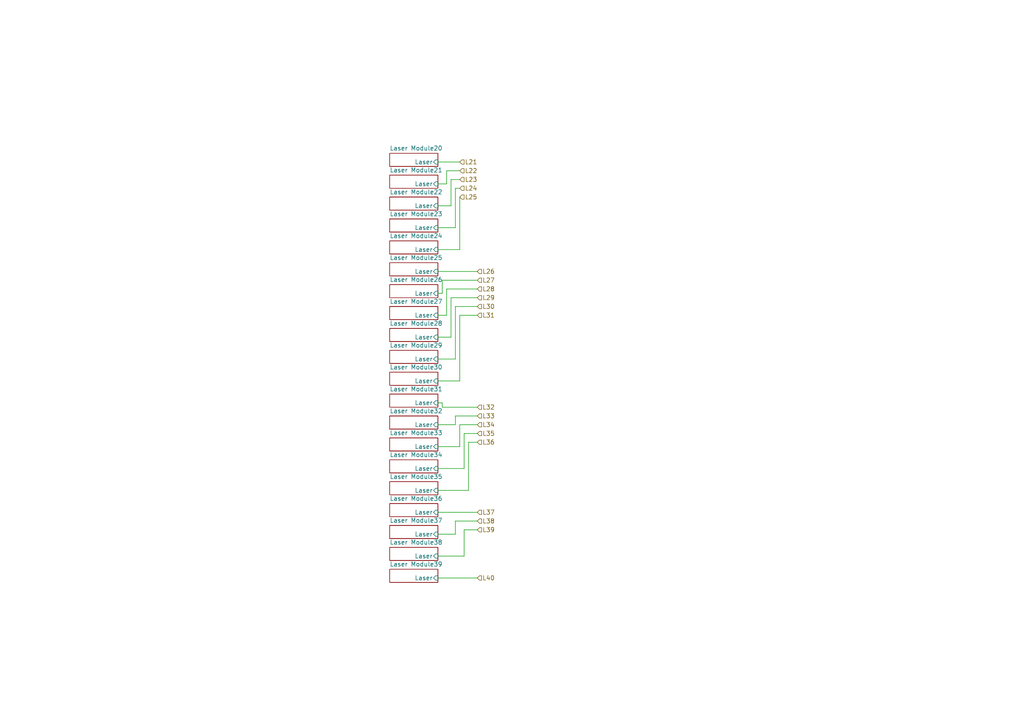
<source format=kicad_sch>
(kicad_sch
	(version 20250114)
	(generator "eeschema")
	(generator_version "9.0")
	(uuid "63b2c1f4-72e5-493f-b135-b11251f196d0")
	(paper "A4")
	(lib_symbols)
	(wire
		(pts
			(xy 135.89 128.27) (xy 135.89 142.24)
		)
		(stroke
			(width 0)
			(type default)
		)
		(uuid "0bc36275-408c-478e-a7f5-7b69092acdca")
	)
	(wire
		(pts
			(xy 127 135.89) (xy 134.62 135.89)
		)
		(stroke
			(width 0)
			(type default)
		)
		(uuid "1a8f68e7-57f8-4a4f-9de8-dd7d7627ec55")
	)
	(wire
		(pts
			(xy 130.81 52.07) (xy 133.35 52.07)
		)
		(stroke
			(width 0)
			(type default)
		)
		(uuid "1c0954a9-cb15-4016-aa7f-34f8fd52341e")
	)
	(wire
		(pts
			(xy 138.43 153.67) (xy 134.62 153.67)
		)
		(stroke
			(width 0)
			(type default)
		)
		(uuid "1d979f03-73fa-48ef-873b-79a5af459254")
	)
	(wire
		(pts
			(xy 128.27 118.11) (xy 128.27 116.84)
		)
		(stroke
			(width 0)
			(type default)
		)
		(uuid "1fd47576-5ce7-48da-93cd-a4834c37dbe2")
	)
	(wire
		(pts
			(xy 134.62 125.73) (xy 138.43 125.73)
		)
		(stroke
			(width 0)
			(type default)
		)
		(uuid "219dc6fb-861a-4121-b103-486a709ac3ea")
	)
	(wire
		(pts
			(xy 138.43 123.19) (xy 133.35 123.19)
		)
		(stroke
			(width 0)
			(type default)
		)
		(uuid "2a51963a-72d9-432d-b5ae-ecda41c6e635")
	)
	(wire
		(pts
			(xy 138.43 128.27) (xy 135.89 128.27)
		)
		(stroke
			(width 0)
			(type default)
		)
		(uuid "33e8ff83-bd1f-4d68-ba59-eb4e13c93397")
	)
	(wire
		(pts
			(xy 132.08 104.14) (xy 127 104.14)
		)
		(stroke
			(width 0)
			(type default)
		)
		(uuid "3f482e27-1040-4e9a-8c2b-22d8580bd04f")
	)
	(wire
		(pts
			(xy 133.35 123.19) (xy 133.35 129.54)
		)
		(stroke
			(width 0)
			(type default)
		)
		(uuid "40109435-8437-46cc-bd09-647e3d29738b")
	)
	(wire
		(pts
			(xy 132.08 88.9) (xy 132.08 104.14)
		)
		(stroke
			(width 0)
			(type default)
		)
		(uuid "44581205-53b5-4fc2-937e-371d8e17cb26")
	)
	(wire
		(pts
			(xy 130.81 59.69) (xy 130.81 52.07)
		)
		(stroke
			(width 0)
			(type default)
		)
		(uuid "455eaa50-5264-4893-be0e-46ff12f67ec2")
	)
	(wire
		(pts
			(xy 127 148.59) (xy 138.43 148.59)
		)
		(stroke
			(width 0)
			(type default)
		)
		(uuid "45d80fbd-6ea2-4476-b94e-581258181c73")
	)
	(wire
		(pts
			(xy 133.35 49.53) (xy 129.54 49.53)
		)
		(stroke
			(width 0)
			(type default)
		)
		(uuid "539fd547-8db8-4900-acf7-3a93206efc63")
	)
	(wire
		(pts
			(xy 134.62 161.29) (xy 127 161.29)
		)
		(stroke
			(width 0)
			(type default)
		)
		(uuid "59df00ed-644c-4fcc-aeaf-5e83a2d531de")
	)
	(wire
		(pts
			(xy 132.08 154.94) (xy 132.08 151.13)
		)
		(stroke
			(width 0)
			(type default)
		)
		(uuid "62eafbf5-2885-49fc-aca5-cb049d053ad9")
	)
	(wire
		(pts
			(xy 127 59.69) (xy 130.81 59.69)
		)
		(stroke
			(width 0)
			(type default)
		)
		(uuid "65b75b5e-d6f2-4116-895c-fc0ba6097b77")
	)
	(wire
		(pts
			(xy 127 66.04) (xy 132.08 66.04)
		)
		(stroke
			(width 0)
			(type default)
		)
		(uuid "693cdf7d-6376-425c-bf29-c93dfeede656")
	)
	(wire
		(pts
			(xy 129.54 53.34) (xy 127 53.34)
		)
		(stroke
			(width 0)
			(type default)
		)
		(uuid "696fc151-1083-46ec-b09d-48b71a945e36")
	)
	(wire
		(pts
			(xy 127 123.19) (xy 132.08 123.19)
		)
		(stroke
			(width 0)
			(type default)
		)
		(uuid "711790cc-2f77-4141-8a49-c130ef33ef44")
	)
	(wire
		(pts
			(xy 132.08 123.19) (xy 132.08 120.65)
		)
		(stroke
			(width 0)
			(type default)
		)
		(uuid "7659d502-40c6-4fa3-895c-ff6fa1c8d8d7")
	)
	(wire
		(pts
			(xy 138.43 86.36) (xy 130.81 86.36)
		)
		(stroke
			(width 0)
			(type default)
		)
		(uuid "798b7b18-bc6b-431e-9de0-945e51572f20")
	)
	(wire
		(pts
			(xy 138.43 118.11) (xy 128.27 118.11)
		)
		(stroke
			(width 0)
			(type default)
		)
		(uuid "7c9df821-98e1-4753-9810-861cd71a07c5")
	)
	(wire
		(pts
			(xy 135.89 142.24) (xy 127 142.24)
		)
		(stroke
			(width 0)
			(type default)
		)
		(uuid "7e476c99-8a68-4e31-8731-f747a24b9f71")
	)
	(wire
		(pts
			(xy 133.35 129.54) (xy 127 129.54)
		)
		(stroke
			(width 0)
			(type default)
		)
		(uuid "7e77a7e9-36dd-463d-b68e-58d6300950ef")
	)
	(wire
		(pts
			(xy 134.62 135.89) (xy 134.62 125.73)
		)
		(stroke
			(width 0)
			(type default)
		)
		(uuid "8501be86-2fa7-48e8-b279-0f440524d5e7")
	)
	(wire
		(pts
			(xy 128.27 85.09) (xy 127 85.09)
		)
		(stroke
			(width 0)
			(type default)
		)
		(uuid "8d654d6b-77bf-4bb2-a634-d1bbfe3f5722")
	)
	(wire
		(pts
			(xy 138.43 88.9) (xy 132.08 88.9)
		)
		(stroke
			(width 0)
			(type default)
		)
		(uuid "929657d3-84c5-46cf-a847-6220055b02c1")
	)
	(wire
		(pts
			(xy 133.35 91.44) (xy 133.35 110.49)
		)
		(stroke
			(width 0)
			(type default)
		)
		(uuid "93761103-083f-42fa-a27a-879f9bea65b2")
	)
	(wire
		(pts
			(xy 127 72.39) (xy 133.35 72.39)
		)
		(stroke
			(width 0)
			(type default)
		)
		(uuid "a6f2fe43-2c58-4e22-a68a-2957ab83cee8")
	)
	(wire
		(pts
			(xy 127 78.74) (xy 138.43 78.74)
		)
		(stroke
			(width 0)
			(type default)
		)
		(uuid "aa9126b3-1df2-453b-8a0e-f1670a4fc2c0")
	)
	(wire
		(pts
			(xy 130.81 86.36) (xy 130.81 97.79)
		)
		(stroke
			(width 0)
			(type default)
		)
		(uuid "b315bf0e-bac6-41d3-a6a0-9fc4eae489f1")
	)
	(wire
		(pts
			(xy 127 91.44) (xy 129.54 91.44)
		)
		(stroke
			(width 0)
			(type default)
		)
		(uuid "b9096de8-5ba7-498f-a32b-d50d9e475d98")
	)
	(wire
		(pts
			(xy 138.43 81.28) (xy 128.27 81.28)
		)
		(stroke
			(width 0)
			(type default)
		)
		(uuid "bb661dae-9f9d-4da4-8115-311f0b3cb92b")
	)
	(wire
		(pts
			(xy 134.62 153.67) (xy 134.62 161.29)
		)
		(stroke
			(width 0)
			(type default)
		)
		(uuid "bb7776a3-5156-4a16-a455-84fe60a1fe6b")
	)
	(wire
		(pts
			(xy 132.08 54.61) (xy 132.08 66.04)
		)
		(stroke
			(width 0)
			(type default)
		)
		(uuid "c5dadf1f-39e2-4300-a7f4-5851d38ddf7a")
	)
	(wire
		(pts
			(xy 132.08 120.65) (xy 138.43 120.65)
		)
		(stroke
			(width 0)
			(type default)
		)
		(uuid "c888a249-001e-4a22-b4b7-20c9bfc680ae")
	)
	(wire
		(pts
			(xy 133.35 54.61) (xy 132.08 54.61)
		)
		(stroke
			(width 0)
			(type default)
		)
		(uuid "c915ca88-ae70-49ea-80f1-32a15569fa3a")
	)
	(wire
		(pts
			(xy 132.08 151.13) (xy 138.43 151.13)
		)
		(stroke
			(width 0)
			(type default)
		)
		(uuid "c9209663-f639-4f29-91a0-fba13509229e")
	)
	(wire
		(pts
			(xy 128.27 81.28) (xy 128.27 85.09)
		)
		(stroke
			(width 0)
			(type default)
		)
		(uuid "cd3f4ab8-8399-4cac-91e1-b6cffd2e9d1b")
	)
	(wire
		(pts
			(xy 129.54 91.44) (xy 129.54 83.82)
		)
		(stroke
			(width 0)
			(type default)
		)
		(uuid "d0b239c0-11c4-4811-a337-fdd146e03f86")
	)
	(wire
		(pts
			(xy 127 46.99) (xy 133.35 46.99)
		)
		(stroke
			(width 0)
			(type default)
		)
		(uuid "d100bf4a-df15-4956-a86f-2ba747257f86")
	)
	(wire
		(pts
			(xy 127 154.94) (xy 132.08 154.94)
		)
		(stroke
			(width 0)
			(type default)
		)
		(uuid "daf8b019-e08c-4411-9398-02fead3f4a79")
	)
	(wire
		(pts
			(xy 129.54 83.82) (xy 138.43 83.82)
		)
		(stroke
			(width 0)
			(type default)
		)
		(uuid "dda72510-fe5d-436d-a618-7ef5f2d2efee")
	)
	(wire
		(pts
			(xy 133.35 110.49) (xy 127 110.49)
		)
		(stroke
			(width 0)
			(type default)
		)
		(uuid "e3fc170c-cc80-4e74-97e0-e1d81c8d0010")
	)
	(wire
		(pts
			(xy 127 167.64) (xy 138.43 167.64)
		)
		(stroke
			(width 0)
			(type default)
		)
		(uuid "e4dca73a-1369-4366-b5f1-c7e20724d820")
	)
	(wire
		(pts
			(xy 130.81 97.79) (xy 127 97.79)
		)
		(stroke
			(width 0)
			(type default)
		)
		(uuid "e64a0f66-efe9-4155-9088-e44fa6089f5e")
	)
	(wire
		(pts
			(xy 138.43 91.44) (xy 133.35 91.44)
		)
		(stroke
			(width 0)
			(type default)
		)
		(uuid "ea3c39b3-65b7-41eb-8ec6-80a2d60dc194")
	)
	(wire
		(pts
			(xy 133.35 72.39) (xy 133.35 57.15)
		)
		(stroke
			(width 0)
			(type default)
		)
		(uuid "ee3a84de-c4c0-48a2-83b8-ffad0b70e0ca")
	)
	(wire
		(pts
			(xy 128.27 116.84) (xy 127 116.84)
		)
		(stroke
			(width 0)
			(type default)
		)
		(uuid "ef7c6677-2db8-4c46-be5f-315b8c87560b")
	)
	(wire
		(pts
			(xy 129.54 49.53) (xy 129.54 53.34)
		)
		(stroke
			(width 0)
			(type default)
		)
		(uuid "f196dd3c-56a9-407e-adfe-57ab2f03ba31")
	)
	(hierarchical_label "L25"
		(shape input)
		(at 133.35 57.15 0)
		(effects
			(font
				(size 1.27 1.27)
			)
			(justify left)
		)
		(uuid "01851187-8129-47bb-a80c-eb3b6a60b444")
	)
	(hierarchical_label "L28"
		(shape input)
		(at 138.43 83.82 0)
		(effects
			(font
				(size 1.27 1.27)
			)
			(justify left)
		)
		(uuid "0fe6fb51-7633-4eab-aec3-6fbfe68a9b99")
	)
	(hierarchical_label "L40"
		(shape input)
		(at 138.43 167.64 0)
		(effects
			(font
				(size 1.27 1.27)
			)
			(justify left)
		)
		(uuid "1692ec1a-4e74-46d8-8dc1-c29a5c33fd95")
	)
	(hierarchical_label "L32"
		(shape input)
		(at 138.43 118.11 0)
		(effects
			(font
				(size 1.27 1.27)
			)
			(justify left)
		)
		(uuid "323a83c7-7b91-4c57-a135-052ac26e142a")
	)
	(hierarchical_label "L34"
		(shape input)
		(at 138.43 123.19 0)
		(effects
			(font
				(size 1.27 1.27)
			)
			(justify left)
		)
		(uuid "3c14840f-00e1-4d04-9b9d-2d93ea61ea78")
	)
	(hierarchical_label "L21"
		(shape input)
		(at 133.35 46.99 0)
		(effects
			(font
				(size 1.27 1.27)
			)
			(justify left)
		)
		(uuid "4521e06d-71f8-44a7-9893-010796cdc43a")
	)
	(hierarchical_label "L31"
		(shape input)
		(at 138.43 91.44 0)
		(effects
			(font
				(size 1.27 1.27)
			)
			(justify left)
		)
		(uuid "4bf1821c-e97c-4802-a635-8c89e1ac4214")
	)
	(hierarchical_label "L36"
		(shape input)
		(at 138.43 128.27 0)
		(effects
			(font
				(size 1.27 1.27)
			)
			(justify left)
		)
		(uuid "61762ca7-82cb-46dd-80ec-159d78cfdd0f")
	)
	(hierarchical_label "L29"
		(shape input)
		(at 138.43 86.36 0)
		(effects
			(font
				(size 1.27 1.27)
			)
			(justify left)
		)
		(uuid "67cd5213-4bb0-4563-8a32-0bacc990e5c0")
	)
	(hierarchical_label "L27"
		(shape input)
		(at 138.43 81.28 0)
		(effects
			(font
				(size 1.27 1.27)
			)
			(justify left)
		)
		(uuid "764984ea-ece4-410c-9d15-69aaa39b2655")
	)
	(hierarchical_label "L24"
		(shape input)
		(at 133.35 54.61 0)
		(effects
			(font
				(size 1.27 1.27)
			)
			(justify left)
		)
		(uuid "9cef598b-aa6f-4efa-aed5-ecc849f24506")
	)
	(hierarchical_label "L35"
		(shape input)
		(at 138.43 125.73 0)
		(effects
			(font
				(size 1.27 1.27)
			)
			(justify left)
		)
		(uuid "a397313c-f059-469a-ba4b-1696b5f75270")
	)
	(hierarchical_label "L38"
		(shape input)
		(at 138.43 151.13 0)
		(effects
			(font
				(size 1.27 1.27)
			)
			(justify left)
		)
		(uuid "b86c93a3-4589-4749-93c4-6439d648e595")
	)
	(hierarchical_label "L33"
		(shape input)
		(at 138.43 120.65 0)
		(effects
			(font
				(size 1.27 1.27)
			)
			(justify left)
		)
		(uuid "ba9f8c12-c7d3-4a74-a9e1-5c7beddf28fe")
	)
	(hierarchical_label "L37"
		(shape input)
		(at 138.43 148.59 0)
		(effects
			(font
				(size 1.27 1.27)
			)
			(justify left)
		)
		(uuid "cf7957b3-b20e-46aa-b931-1284217efd1e")
	)
	(hierarchical_label "L26"
		(shape input)
		(at 138.43 78.74 0)
		(effects
			(font
				(size 1.27 1.27)
			)
			(justify left)
		)
		(uuid "d33b1898-3abc-4224-986c-5aec338960d4")
	)
	(hierarchical_label "L23"
		(shape input)
		(at 133.35 52.07 0)
		(effects
			(font
				(size 1.27 1.27)
			)
			(justify left)
		)
		(uuid "d40794c7-78af-41c7-b836-cf9c0e4fe704")
	)
	(hierarchical_label "L30"
		(shape input)
		(at 138.43 88.9 0)
		(effects
			(font
				(size 1.27 1.27)
			)
			(justify left)
		)
		(uuid "d54d2c3b-c4cc-482d-85e9-d6a47c4e2937")
	)
	(hierarchical_label "L22"
		(shape input)
		(at 133.35 49.53 0)
		(effects
			(font
				(size 1.27 1.27)
			)
			(justify left)
		)
		(uuid "d59a0ac3-43e2-4486-bb0f-747a2698ecfc")
	)
	(hierarchical_label "L39"
		(shape input)
		(at 138.43 153.67 0)
		(effects
			(font
				(size 1.27 1.27)
			)
			(justify left)
		)
		(uuid "f983bf24-cbfd-4858-90df-20b8b97d31cf")
	)
	(sheet
		(at 113.03 127)
		(size 13.97 3.81)
		(exclude_from_sim no)
		(in_bom yes)
		(on_board yes)
		(dnp no)
		(fields_autoplaced yes)
		(stroke
			(width 0.1524)
			(type solid)
		)
		(fill
			(color 0 0 0 0.0000)
		)
		(uuid "077d6378-a63b-4708-ac63-06ea996e4bd3")
		(property "Sheetname" "Laser Module33"
			(at 113.03 126.2884 0)
			(effects
				(font
					(size 1.27 1.27)
				)
				(justify left bottom)
			)
		)
		(property "Sheetfile" "untitled.kicad_sch"
			(at 113.03 131.3946 0)
			(effects
				(font
					(size 1.27 1.27)
				)
				(justify left top)
				(hide yes)
			)
		)
		(pin "Laser" input
			(at 127 129.54 0)
			(uuid "055b2637-0835-43ca-b9f4-0108674e731c")
			(effects
				(font
					(size 1.27 1.27)
				)
				(justify right)
			)
		)
		(instances
			(project "laserboard_2.0"
				(path "/ea355f14-8be2-44af-b81d-a2bbe9832d12/d1bcb30e-e470-4107-9f02-f09ed096de38"
					(page "35")
				)
			)
		)
	)
	(sheet
		(at 113.03 50.8)
		(size 13.97 3.81)
		(exclude_from_sim no)
		(in_bom yes)
		(on_board yes)
		(dnp no)
		(fields_autoplaced yes)
		(stroke
			(width 0.1524)
			(type solid)
		)
		(fill
			(color 0 0 0 0.0000)
		)
		(uuid "08f02930-cf31-401d-b23f-78d60bbe9828")
		(property "Sheetname" "Laser Module21"
			(at 113.03 50.0884 0)
			(effects
				(font
					(size 1.27 1.27)
				)
				(justify left bottom)
			)
		)
		(property "Sheetfile" "untitled.kicad_sch"
			(at 113.03 55.1946 0)
			(effects
				(font
					(size 1.27 1.27)
				)
				(justify left top)
				(hide yes)
			)
		)
		(pin "Laser" input
			(at 127 53.34 0)
			(uuid "cfc3d537-7219-4840-9d93-2fa6b374f0c8")
			(effects
				(font
					(size 1.27 1.27)
				)
				(justify right)
			)
		)
		(instances
			(project "laserboard_2.0"
				(path "/ea355f14-8be2-44af-b81d-a2bbe9832d12/d1bcb30e-e470-4107-9f02-f09ed096de38"
					(page "23")
				)
			)
		)
	)
	(sheet
		(at 113.03 146.05)
		(size 13.97 3.81)
		(exclude_from_sim no)
		(in_bom yes)
		(on_board yes)
		(dnp no)
		(fields_autoplaced yes)
		(stroke
			(width 0.1524)
			(type solid)
		)
		(fill
			(color 0 0 0 0.0000)
		)
		(uuid "09cb50c4-d982-4bd5-b215-10c7770c3db1")
		(property "Sheetname" "Laser Module36"
			(at 113.03 145.3384 0)
			(effects
				(font
					(size 1.27 1.27)
				)
				(justify left bottom)
			)
		)
		(property "Sheetfile" "untitled.kicad_sch"
			(at 113.03 150.4446 0)
			(effects
				(font
					(size 1.27 1.27)
				)
				(justify left top)
				(hide yes)
			)
		)
		(pin "Laser" input
			(at 127 148.59 0)
			(uuid "c0a64d50-d7f9-429f-b5aa-5ee6388ae8a3")
			(effects
				(font
					(size 1.27 1.27)
				)
				(justify right)
			)
		)
		(instances
			(project "laserboard_2.0"
				(path "/ea355f14-8be2-44af-b81d-a2bbe9832d12/d1bcb30e-e470-4107-9f02-f09ed096de38"
					(page "38")
				)
			)
		)
	)
	(sheet
		(at 113.03 69.85)
		(size 13.97 3.81)
		(exclude_from_sim no)
		(in_bom yes)
		(on_board yes)
		(dnp no)
		(fields_autoplaced yes)
		(stroke
			(width 0.1524)
			(type solid)
		)
		(fill
			(color 0 0 0 0.0000)
		)
		(uuid "22bf1d44-1a9f-4e2b-b2a9-601b164bc9c5")
		(property "Sheetname" "Laser Module24"
			(at 113.03 69.1384 0)
			(effects
				(font
					(size 1.27 1.27)
				)
				(justify left bottom)
			)
		)
		(property "Sheetfile" "untitled.kicad_sch"
			(at 113.03 74.2446 0)
			(effects
				(font
					(size 1.27 1.27)
				)
				(justify left top)
				(hide yes)
			)
		)
		(pin "Laser" input
			(at 127 72.39 0)
			(uuid "46b12acc-0fb0-4b11-a915-933e0506abf0")
			(effects
				(font
					(size 1.27 1.27)
				)
				(justify right)
			)
		)
		(instances
			(project "laserboard_2.0"
				(path "/ea355f14-8be2-44af-b81d-a2bbe9832d12/d1bcb30e-e470-4107-9f02-f09ed096de38"
					(page "26")
				)
			)
		)
	)
	(sheet
		(at 113.03 152.4)
		(size 13.97 3.81)
		(exclude_from_sim no)
		(in_bom yes)
		(on_board yes)
		(dnp no)
		(fields_autoplaced yes)
		(stroke
			(width 0.1524)
			(type solid)
		)
		(fill
			(color 0 0 0 0.0000)
		)
		(uuid "28edbb42-c704-434d-8f70-c90065ad9112")
		(property "Sheetname" "Laser Module37"
			(at 113.03 151.6884 0)
			(effects
				(font
					(size 1.27 1.27)
				)
				(justify left bottom)
			)
		)
		(property "Sheetfile" "untitled.kicad_sch"
			(at 113.03 156.7946 0)
			(effects
				(font
					(size 1.27 1.27)
				)
				(justify left top)
				(hide yes)
			)
		)
		(pin "Laser" input
			(at 127 154.94 0)
			(uuid "0befd271-e4ed-4309-9b28-d676357cee3e")
			(effects
				(font
					(size 1.27 1.27)
				)
				(justify right)
			)
		)
		(instances
			(project "laserboard_2.0"
				(path "/ea355f14-8be2-44af-b81d-a2bbe9832d12/d1bcb30e-e470-4107-9f02-f09ed096de38"
					(page "39")
				)
			)
		)
	)
	(sheet
		(at 113.03 57.15)
		(size 13.97 3.81)
		(exclude_from_sim no)
		(in_bom yes)
		(on_board yes)
		(dnp no)
		(fields_autoplaced yes)
		(stroke
			(width 0.1524)
			(type solid)
		)
		(fill
			(color 0 0 0 0.0000)
		)
		(uuid "41b54672-83b6-489d-b371-cb311919cbb5")
		(property "Sheetname" "Laser Module22"
			(at 113.03 56.4384 0)
			(effects
				(font
					(size 1.27 1.27)
				)
				(justify left bottom)
			)
		)
		(property "Sheetfile" "untitled.kicad_sch"
			(at 113.03 61.5446 0)
			(effects
				(font
					(size 1.27 1.27)
				)
				(justify left top)
				(hide yes)
			)
		)
		(pin "Laser" input
			(at 127 59.69 0)
			(uuid "1ba9e00a-cef9-4160-a0e7-5f780b676093")
			(effects
				(font
					(size 1.27 1.27)
				)
				(justify right)
			)
		)
		(instances
			(project "laserboard_2.0"
				(path "/ea355f14-8be2-44af-b81d-a2bbe9832d12/d1bcb30e-e470-4107-9f02-f09ed096de38"
					(page "24")
				)
			)
		)
	)
	(sheet
		(at 113.03 101.6)
		(size 13.97 3.81)
		(exclude_from_sim no)
		(in_bom yes)
		(on_board yes)
		(dnp no)
		(fields_autoplaced yes)
		(stroke
			(width 0.1524)
			(type solid)
		)
		(fill
			(color 0 0 0 0.0000)
		)
		(uuid "58b58864-ab20-4485-ac06-3465eef503bd")
		(property "Sheetname" "Laser Module29"
			(at 113.03 100.8884 0)
			(effects
				(font
					(size 1.27 1.27)
				)
				(justify left bottom)
			)
		)
		(property "Sheetfile" "untitled.kicad_sch"
			(at 113.03 105.9946 0)
			(effects
				(font
					(size 1.27 1.27)
				)
				(justify left top)
				(hide yes)
			)
		)
		(pin "Laser" input
			(at 127 104.14 0)
			(uuid "c0b3b482-e51a-4b4d-b394-bca09441beac")
			(effects
				(font
					(size 1.27 1.27)
				)
				(justify right)
			)
		)
		(instances
			(project "laserboard_2.0"
				(path "/ea355f14-8be2-44af-b81d-a2bbe9832d12/d1bcb30e-e470-4107-9f02-f09ed096de38"
					(page "31")
				)
			)
		)
	)
	(sheet
		(at 113.03 107.95)
		(size 13.97 3.81)
		(exclude_from_sim no)
		(in_bom yes)
		(on_board yes)
		(dnp no)
		(fields_autoplaced yes)
		(stroke
			(width 0.1524)
			(type solid)
		)
		(fill
			(color 0 0 0 0.0000)
		)
		(uuid "648275a0-fbd8-45bc-abea-8cd6ad9907bf")
		(property "Sheetname" "Laser Module30"
			(at 113.03 107.2384 0)
			(effects
				(font
					(size 1.27 1.27)
				)
				(justify left bottom)
			)
		)
		(property "Sheetfile" "untitled.kicad_sch"
			(at 113.03 112.3446 0)
			(effects
				(font
					(size 1.27 1.27)
				)
				(justify left top)
				(hide yes)
			)
		)
		(pin "Laser" input
			(at 127 110.49 0)
			(uuid "6fc334a9-5027-4057-8c0c-2b0f8b8f8a6f")
			(effects
				(font
					(size 1.27 1.27)
				)
				(justify right)
			)
		)
		(instances
			(project "laserboard_2.0"
				(path "/ea355f14-8be2-44af-b81d-a2bbe9832d12/d1bcb30e-e470-4107-9f02-f09ed096de38"
					(page "32")
				)
			)
		)
	)
	(sheet
		(at 113.03 139.7)
		(size 13.97 3.81)
		(exclude_from_sim no)
		(in_bom yes)
		(on_board yes)
		(dnp no)
		(fields_autoplaced yes)
		(stroke
			(width 0.1524)
			(type solid)
		)
		(fill
			(color 0 0 0 0.0000)
		)
		(uuid "6ce48db2-0583-45dc-8db3-a13a232471dc")
		(property "Sheetname" "Laser Module35"
			(at 113.03 138.9884 0)
			(effects
				(font
					(size 1.27 1.27)
				)
				(justify left bottom)
			)
		)
		(property "Sheetfile" "untitled.kicad_sch"
			(at 113.03 144.0946 0)
			(effects
				(font
					(size 1.27 1.27)
				)
				(justify left top)
				(hide yes)
			)
		)
		(pin "Laser" input
			(at 127 142.24 0)
			(uuid "26d0b8b4-5e01-4b8f-bd08-f4c31972beb5")
			(effects
				(font
					(size 1.27 1.27)
				)
				(justify right)
			)
		)
		(instances
			(project "laserboard_2.0"
				(path "/ea355f14-8be2-44af-b81d-a2bbe9832d12/d1bcb30e-e470-4107-9f02-f09ed096de38"
					(page "37")
				)
			)
		)
	)
	(sheet
		(at 113.03 95.25)
		(size 13.97 3.81)
		(exclude_from_sim no)
		(in_bom yes)
		(on_board yes)
		(dnp no)
		(fields_autoplaced yes)
		(stroke
			(width 0.1524)
			(type solid)
		)
		(fill
			(color 0 0 0 0.0000)
		)
		(uuid "6f9590f7-f589-4716-9fa2-080c3b7c1a7f")
		(property "Sheetname" "Laser Module28"
			(at 113.03 94.5384 0)
			(effects
				(font
					(size 1.27 1.27)
				)
				(justify left bottom)
			)
		)
		(property "Sheetfile" "untitled.kicad_sch"
			(at 113.03 99.6446 0)
			(effects
				(font
					(size 1.27 1.27)
				)
				(justify left top)
				(hide yes)
			)
		)
		(pin "Laser" input
			(at 127 97.79 0)
			(uuid "fb342841-7a39-4f19-8d15-47e5b5ba0cde")
			(effects
				(font
					(size 1.27 1.27)
				)
				(justify right)
			)
		)
		(instances
			(project "laserboard_2.0"
				(path "/ea355f14-8be2-44af-b81d-a2bbe9832d12/d1bcb30e-e470-4107-9f02-f09ed096de38"
					(page "30")
				)
			)
		)
	)
	(sheet
		(at 113.03 120.65)
		(size 13.97 3.81)
		(exclude_from_sim no)
		(in_bom yes)
		(on_board yes)
		(dnp no)
		(fields_autoplaced yes)
		(stroke
			(width 0.1524)
			(type solid)
		)
		(fill
			(color 0 0 0 0.0000)
		)
		(uuid "725df1d7-aa09-4838-9d28-2a4453e2fa75")
		(property "Sheetname" "Laser Module32"
			(at 113.03 119.9384 0)
			(effects
				(font
					(size 1.27 1.27)
				)
				(justify left bottom)
			)
		)
		(property "Sheetfile" "untitled.kicad_sch"
			(at 113.03 125.0446 0)
			(effects
				(font
					(size 1.27 1.27)
				)
				(justify left top)
				(hide yes)
			)
		)
		(pin "Laser" input
			(at 127 123.19 0)
			(uuid "6692a37b-28aa-4c3f-a16d-c5e4d575e816")
			(effects
				(font
					(size 1.27 1.27)
				)
				(justify right)
			)
		)
		(instances
			(project "laserboard_2.0"
				(path "/ea355f14-8be2-44af-b81d-a2bbe9832d12/d1bcb30e-e470-4107-9f02-f09ed096de38"
					(page "34")
				)
			)
		)
	)
	(sheet
		(at 113.03 82.55)
		(size 13.97 3.81)
		(exclude_from_sim no)
		(in_bom yes)
		(on_board yes)
		(dnp no)
		(fields_autoplaced yes)
		(stroke
			(width 0.1524)
			(type solid)
		)
		(fill
			(color 0 0 0 0.0000)
		)
		(uuid "893a057b-421e-48dc-bf8c-2771218f9124")
		(property "Sheetname" "Laser Module26"
			(at 113.03 81.8384 0)
			(effects
				(font
					(size 1.27 1.27)
				)
				(justify left bottom)
			)
		)
		(property "Sheetfile" "untitled.kicad_sch"
			(at 113.03 86.9446 0)
			(effects
				(font
					(size 1.27 1.27)
				)
				(justify left top)
				(hide yes)
			)
		)
		(pin "Laser" input
			(at 127 85.09 0)
			(uuid "9cebe5c2-2738-4025-b2db-8e2d4972ba94")
			(effects
				(font
					(size 1.27 1.27)
				)
				(justify right)
			)
		)
		(instances
			(project "laserboard_2.0"
				(path "/ea355f14-8be2-44af-b81d-a2bbe9832d12/d1bcb30e-e470-4107-9f02-f09ed096de38"
					(page "28")
				)
			)
		)
	)
	(sheet
		(at 113.03 44.45)
		(size 13.97 3.81)
		(exclude_from_sim no)
		(in_bom yes)
		(on_board yes)
		(dnp no)
		(fields_autoplaced yes)
		(stroke
			(width 0.1524)
			(type solid)
		)
		(fill
			(color 0 0 0 0.0000)
		)
		(uuid "92258576-4a7e-4173-8f11-c63f426cd18a")
		(property "Sheetname" "Laser Module20"
			(at 113.03 43.7384 0)
			(effects
				(font
					(size 1.27 1.27)
				)
				(justify left bottom)
			)
		)
		(property "Sheetfile" "untitled.kicad_sch"
			(at 113.03 48.8446 0)
			(effects
				(font
					(size 1.27 1.27)
				)
				(justify left top)
				(hide yes)
			)
		)
		(pin "Laser" input
			(at 127 46.99 0)
			(uuid "0e49695e-69c4-4b93-88a1-01416b41ce7d")
			(effects
				(font
					(size 1.27 1.27)
				)
				(justify right)
			)
		)
		(instances
			(project "laserboard_2.0"
				(path "/ea355f14-8be2-44af-b81d-a2bbe9832d12/d1bcb30e-e470-4107-9f02-f09ed096de38"
					(page "22")
				)
			)
		)
	)
	(sheet
		(at 113.03 158.75)
		(size 13.97 3.81)
		(exclude_from_sim no)
		(in_bom yes)
		(on_board yes)
		(dnp no)
		(fields_autoplaced yes)
		(stroke
			(width 0.1524)
			(type solid)
		)
		(fill
			(color 0 0 0 0.0000)
		)
		(uuid "9c28feac-7699-483b-bb7a-37740a6d2c08")
		(property "Sheetname" "Laser Module38"
			(at 113.03 158.0384 0)
			(effects
				(font
					(size 1.27 1.27)
				)
				(justify left bottom)
			)
		)
		(property "Sheetfile" "untitled.kicad_sch"
			(at 113.03 163.1446 0)
			(effects
				(font
					(size 1.27 1.27)
				)
				(justify left top)
				(hide yes)
			)
		)
		(pin "Laser" input
			(at 127 161.29 0)
			(uuid "ea91e08a-3b11-44d7-ba6b-58ac49ab03b9")
			(effects
				(font
					(size 1.27 1.27)
				)
				(justify right)
			)
		)
		(instances
			(project "laserboard_2.0"
				(path "/ea355f14-8be2-44af-b81d-a2bbe9832d12/d1bcb30e-e470-4107-9f02-f09ed096de38"
					(page "40")
				)
			)
		)
	)
	(sheet
		(at 113.03 165.1)
		(size 13.97 3.81)
		(exclude_from_sim no)
		(in_bom yes)
		(on_board yes)
		(dnp no)
		(fields_autoplaced yes)
		(stroke
			(width 0.1524)
			(type solid)
		)
		(fill
			(color 0 0 0 0.0000)
		)
		(uuid "a6d1bbe5-2fe7-49ed-bfb1-c4c47efefa92")
		(property "Sheetname" "Laser Module39"
			(at 113.03 164.3884 0)
			(effects
				(font
					(size 1.27 1.27)
				)
				(justify left bottom)
			)
		)
		(property "Sheetfile" "untitled.kicad_sch"
			(at 113.03 169.4946 0)
			(effects
				(font
					(size 1.27 1.27)
				)
				(justify left top)
				(hide yes)
			)
		)
		(pin "Laser" input
			(at 127 167.64 0)
			(uuid "1f9f372d-d355-4215-a9a5-5282cdcc6afd")
			(effects
				(font
					(size 1.27 1.27)
				)
				(justify right)
			)
		)
		(instances
			(project "laserboard_2.0"
				(path "/ea355f14-8be2-44af-b81d-a2bbe9832d12/d1bcb30e-e470-4107-9f02-f09ed096de38"
					(page "41")
				)
			)
		)
	)
	(sheet
		(at 113.03 133.35)
		(size 13.97 3.81)
		(exclude_from_sim no)
		(in_bom yes)
		(on_board yes)
		(dnp no)
		(fields_autoplaced yes)
		(stroke
			(width 0.1524)
			(type solid)
		)
		(fill
			(color 0 0 0 0.0000)
		)
		(uuid "b0795701-d223-4ae9-8d8f-c5e6edcd3263")
		(property "Sheetname" "Laser Module34"
			(at 113.03 132.6384 0)
			(effects
				(font
					(size 1.27 1.27)
				)
				(justify left bottom)
			)
		)
		(property "Sheetfile" "untitled.kicad_sch"
			(at 113.03 137.7446 0)
			(effects
				(font
					(size 1.27 1.27)
				)
				(justify left top)
				(hide yes)
			)
		)
		(pin "Laser" input
			(at 127 135.89 0)
			(uuid "fb6f0eb3-6370-475c-bc46-4d5a762b32c0")
			(effects
				(font
					(size 1.27 1.27)
				)
				(justify right)
			)
		)
		(instances
			(project "laserboard_2.0"
				(path "/ea355f14-8be2-44af-b81d-a2bbe9832d12/d1bcb30e-e470-4107-9f02-f09ed096de38"
					(page "36")
				)
			)
		)
	)
	(sheet
		(at 113.03 114.3)
		(size 13.97 3.81)
		(exclude_from_sim no)
		(in_bom yes)
		(on_board yes)
		(dnp no)
		(fields_autoplaced yes)
		(stroke
			(width 0.1524)
			(type solid)
		)
		(fill
			(color 0 0 0 0.0000)
		)
		(uuid "b49740b2-c255-4994-b819-31c252df5cb2")
		(property "Sheetname" "Laser Module31"
			(at 113.03 113.5884 0)
			(effects
				(font
					(size 1.27 1.27)
				)
				(justify left bottom)
			)
		)
		(property "Sheetfile" "untitled.kicad_sch"
			(at 113.03 118.6946 0)
			(effects
				(font
					(size 1.27 1.27)
				)
				(justify left top)
				(hide yes)
			)
		)
		(pin "Laser" input
			(at 127 116.84 0)
			(uuid "1ddcf4cd-0850-4b51-b3bb-b2145825a8dd")
			(effects
				(font
					(size 1.27 1.27)
				)
				(justify right)
			)
		)
		(instances
			(project "laserboard_2.0"
				(path "/ea355f14-8be2-44af-b81d-a2bbe9832d12/d1bcb30e-e470-4107-9f02-f09ed096de38"
					(page "33")
				)
			)
		)
	)
	(sheet
		(at 113.03 63.5)
		(size 13.97 3.81)
		(exclude_from_sim no)
		(in_bom yes)
		(on_board yes)
		(dnp no)
		(fields_autoplaced yes)
		(stroke
			(width 0.1524)
			(type solid)
		)
		(fill
			(color 0 0 0 0.0000)
		)
		(uuid "dbb9f885-d0fe-4390-b43f-aa370ebf5de6")
		(property "Sheetname" "Laser Module23"
			(at 113.03 62.7884 0)
			(effects
				(font
					(size 1.27 1.27)
				)
				(justify left bottom)
			)
		)
		(property "Sheetfile" "untitled.kicad_sch"
			(at 113.03 67.8946 0)
			(effects
				(font
					(size 1.27 1.27)
				)
				(justify left top)
				(hide yes)
			)
		)
		(pin "Laser" input
			(at 127 66.04 0)
			(uuid "2a2f3796-b83f-4d21-80cc-b858b3930bd5")
			(effects
				(font
					(size 1.27 1.27)
				)
				(justify right)
			)
		)
		(instances
			(project "laserboard_2.0"
				(path "/ea355f14-8be2-44af-b81d-a2bbe9832d12/d1bcb30e-e470-4107-9f02-f09ed096de38"
					(page "25")
				)
			)
		)
	)
	(sheet
		(at 113.03 88.9)
		(size 13.97 3.81)
		(exclude_from_sim no)
		(in_bom yes)
		(on_board yes)
		(dnp no)
		(fields_autoplaced yes)
		(stroke
			(width 0.1524)
			(type solid)
		)
		(fill
			(color 0 0 0 0.0000)
		)
		(uuid "e455e1dd-217b-4813-8ab2-8f2d8263be29")
		(property "Sheetname" "Laser Module27"
			(at 113.03 88.1884 0)
			(effects
				(font
					(size 1.27 1.27)
				)
				(justify left bottom)
			)
		)
		(property "Sheetfile" "untitled.kicad_sch"
			(at 113.03 93.2946 0)
			(effects
				(font
					(size 1.27 1.27)
				)
				(justify left top)
				(hide yes)
			)
		)
		(pin "Laser" input
			(at 127 91.44 0)
			(uuid "2ad8e93c-2b73-4409-8252-8e56fc3232a0")
			(effects
				(font
					(size 1.27 1.27)
				)
				(justify right)
			)
		)
		(instances
			(project "laserboard_2.0"
				(path "/ea355f14-8be2-44af-b81d-a2bbe9832d12/d1bcb30e-e470-4107-9f02-f09ed096de38"
					(page "29")
				)
			)
		)
	)
	(sheet
		(at 113.03 76.2)
		(size 13.97 3.81)
		(exclude_from_sim no)
		(in_bom yes)
		(on_board yes)
		(dnp no)
		(fields_autoplaced yes)
		(stroke
			(width 0.1524)
			(type solid)
		)
		(fill
			(color 0 0 0 0.0000)
		)
		(uuid "ee4c34cd-1bd8-43e8-8889-52be6508f079")
		(property "Sheetname" "Laser Module25"
			(at 113.03 75.4884 0)
			(effects
				(font
					(size 1.27 1.27)
				)
				(justify left bottom)
			)
		)
		(property "Sheetfile" "untitled.kicad_sch"
			(at 113.03 80.5946 0)
			(effects
				(font
					(size 1.27 1.27)
				)
				(justify left top)
				(hide yes)
			)
		)
		(pin "Laser" input
			(at 127 78.74 0)
			(uuid "22d55c9c-2002-46fc-9521-88c1ea051c97")
			(effects
				(font
					(size 1.27 1.27)
				)
				(justify right)
			)
		)
		(instances
			(project "laserboard_2.0"
				(path "/ea355f14-8be2-44af-b81d-a2bbe9832d12/d1bcb30e-e470-4107-9f02-f09ed096de38"
					(page "27")
				)
			)
		)
	)
)

</source>
